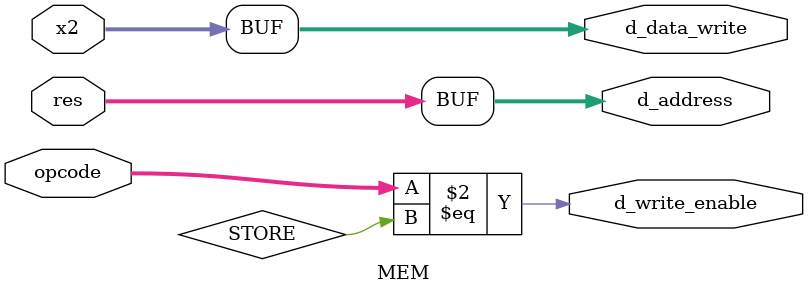
<source format=sv>
module MEM  (
        input logic[31:0] x2,
        input logic[31:0] res,
        input logic[6:0] opcode,

        output logic[31:0] d_data_write,
        output logic[31:0] d_address,
        output logic d_write_enable
    );

    `include "OPTYPE.vh"

    always @(*) begin
        d_data_write = x2;
        d_address = res;
        d_write_enable = (opcode == STORE);
    end

endmodule

</source>
